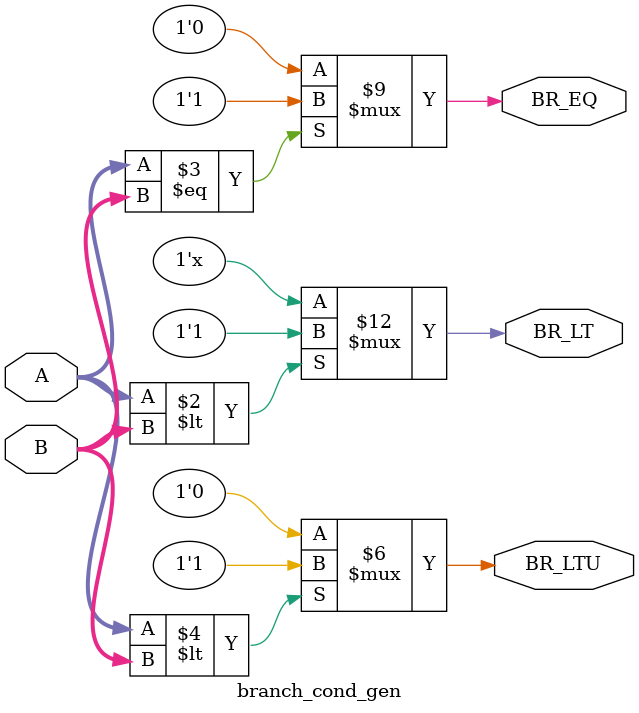
<source format=sv>
`timescale 1ns / 1ps


module branch_cond_gen(
    input  [31:0] A,
    input  [31:0] B,
    output logic BR_LT,
    output logic BR_EQ,
    output logic BR_LTU
);

always_comb begin
    BR_LTU=0; BR_EQ=0; BR_LTU=0;
    if($signed(A) < $signed(B)) BR_LT=1;
    if(A==B)                    BR_EQ=1;
    if(A<B)                     BR_LTU=1;    
end

endmodule

</source>
